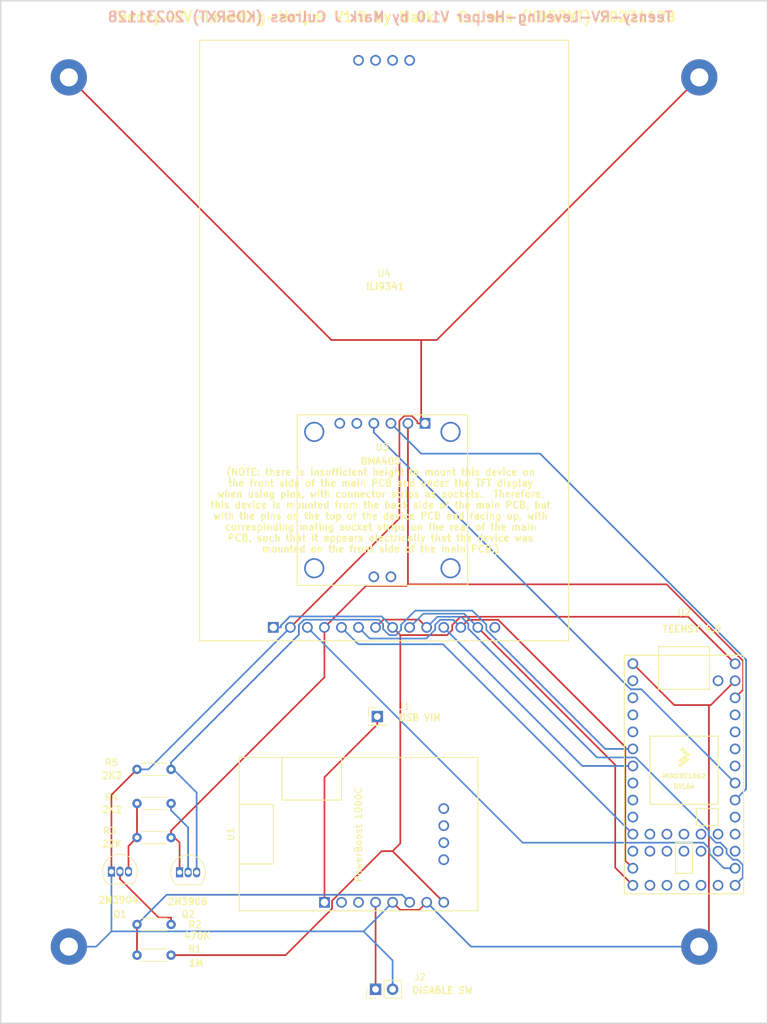
<source format=kicad_pcb>
(kicad_pcb (version 20221018) (generator pcbnew)
  (layers (0 "F.Cu" signal) (31 "B.Cu" signal) (34 "B.Paste" user) (35 "F.Paste" user) (36 "B.SilkS" user "B.Silkscreen") (37 "F.SilkS" user "F.Silkscreen") (38 "B.Mask" user) (39 "F.Mask" user) (44 "Edge.Cuts" user))
  (net 0 "")
  (net 1 "GNDREF")
  (net 2 "Net-(J1-Pin_1)")
  (net 3 "Net-(J2-Pin_1)")
  (net 4 "Net-(Q1-B)")
  (net 5 "Net-(Q1-C)")
  (net 6 "Net-(Q2-E)")
  (net 7 "Net-(Q2-B)")
  (net 8 "Net-(Q2-C)")
  (net 9 "Net-(U1-LBO)")
  (net 10 "Net-(U1-5Vo)")
  (net 20 "Net-(U2-13_SCK_CRX1_LED)")
  (net 23 "Net-(U2-12_MISO_MQSL)")
  (net 24 "Net-(U2-14_A0_TX3_SPDIF_OUT)")
  (net 28 "Net-(U2-18_A4_SDA0)")
  (net 29 "Net-(U2-19_A5_SCL0)")
  (net 35 "Net-(U2-11_MOSI_CTX1)")
  (net 37 "Net-(U2-9_OUT1C)")
  (net 41 "Net-(U2-5_IN2)")
  (footprint "MountingHole:MountingHole_2.5mm" (layer "F.Cu") (at 154.94 157.48)
    (fp_text reference "H3" hide)
    (fp_text value "USB-c")
    (pad "" np_thru_hole circle (at 0 0) (size 2.5 2.5) (drill 2.5) (layers "*.Cu" "*.Mask"))
  )
  (footprint "MountingHole:MountingHole_2.5mm" (layer "F.Cu") (at 162.56 148.59)
    (fp_text reference "H2" hide)
    (fp_text value "USB-b")
    (pad "" np_thru_hole circle (at 0 0) (size 2.5 2.5) (drill 2.5) (layers "*.Cu" "*.Mask"))
  )
  (footprint "Package_TO_SOT_THT:TO-92_Inline" (layer "F.Cu") (at 92.71 155.194)
    (fp_text reference "Q1" (at 1.27 6.35) (layer "F.SilkS"))
    (fp_text value "2N3904")
    (fp_line (start -0.53 1.85) (end 3.07 1.85) (stroke (width 0.12)) (layer "F.SilkS"))
    (fp_arc (start -0.568478 1.838478) (mid -1.132087 -0.994977) (end 1.27 -2.6) (stroke (width 0.12)) (layer "F.SilkS"))
    (fp_arc (start 1.27 -2.6) (mid 3.672087 -0.994977) (end 3.108478 1.838478) (stroke (width 0.12)) (layer "F.SilkS"))
    (pad "1" thru_hole rect (at 0 0) (size 1.05 1.5) (drill 0.75) (layers "*.Cu" "*.Mask") (net 1 "GNDREF"))
    (pad "2" thru_hole oval (at 1.27 0) (size 1.05 1.5) (drill 0.75) (layers "*.Cu" "*.Mask") (net 4 "Net-(Q1-B)"))
    (pad "3" thru_hole oval (at 2.54 0) (size 1.05 1.5) (drill 0.75) (layers "*.Cu" "*.Mask") (net 5 "Net-(Q1-C)"))
  )
  (footprint "Connector_PinHeader_2.54mm:PinHeader_1x01_P2.54mm_Vertical" (layer "F.Cu") (at 132.339 132.08)
    (fp_text reference "J1" (at 4.059 -1.524) (layer "F.SilkS"))
    (fp_text value "USB VIN")
    (fp_line (start -1.33 -1.33) (end 0 -1.33) (stroke (width 0.12)) (layer "F.SilkS"))
    (fp_line (start -1.33 0) (end -1.33 -1.33) (stroke (width 0.12)) (layer "F.SilkS"))
    (fp_line (start -1.33 1.27) (end -1.33 1.33) (stroke (width 0.12)) (layer "F.SilkS"))
    (fp_line (start -1.33 1.27) (end 1.33 1.27) (stroke (width 0.12)) (layer "F.SilkS"))
    (fp_line (start -1.33 1.33) (end 1.33 1.33) (stroke (width 0.12)) (layer "F.SilkS"))
    (fp_line (start 1.33 1.27) (end 1.33 1.33) (stroke (width 0.12)) (layer "F.SilkS"))
    (pad "1" thru_hole rect (at 0 0) (size 1.7 1.7) (drill 1) (layers "*.Cu" "*.Mask") (net 2 "Net-(J1-Pin_1)"))
  )
  (footprint "Resistor_THT:R_Axial_DIN0204_L3.6mm_D1.6mm_P5.08mm_Horizontal" (layer "F.Cu") (at 96.52 145.034)
    (fp_text reference "R4" (at -3.81 -0.92) (layer "F.SilkS"))
    (fp_text value "2K2")
    (fp_line (start 0.62 -0.92) (end 4.46 -0.92) (stroke (width 0.12)) (layer "F.SilkS"))
    (fp_line (start 0.62 0.92) (end 4.46 0.92) (stroke (width 0.12)) (layer "F.SilkS"))
    (pad "1" thru_hole circle (at 0 0) (size 1.4 1.4) (drill 0.7) (layers "*.Cu" "*.Mask") (net 5 "Net-(Q1-C)"))
    (pad "2" thru_hole oval (at 5.08 0) (size 1.4 1.4) (drill 0.7) (layers "*.Cu" "*.Mask") (net 7 "Net-(Q2-B)"))
  )
  (footprint "MJC:BMA400" (layer "F.Cu") (at 133.096 99.822 180)
    (fp_text reference "U3" (at 0 7.874 unlocked) (layer "F.SilkS"))
    (fp_text value "BMA400")
    (fp_line (start -12.7 -12.7) (end 12.7 -12.7) (stroke (width 0.15)) (layer "F.SilkS"))
    (fp_line (start -12.7 12.7) (end -12.7 -12.7) (stroke (width 0.15)) (layer "F.SilkS"))
    (fp_line (start 12.7 -12.7) (end 12.7 12.7) (stroke (width 0.15)) (layer "F.SilkS"))
    (fp_line (start 12.7 12.7) (end -12.7 12.7) (stroke (width 0.15)) (layer "F.SilkS"))
    (pad "1" thru_hole rect (at -6.35 11.43 180) (size 1.6 1.6) (drill 1.1) (layers "*.Cu" "*.Mask") (net 1 "GNDREF"))
    (pad "2" thru_hole circle (at -3.81 11.43 180) (size 1.6 1.6) (drill 1.1) (layers "*.Cu" "*.Mask") (net 6 "Net-(Q2-E)"))
    (pad "3" thru_hole circle (at -1.27 11.43 180) (size 1.6 1.6) (drill 1.1) (layers "*.Cu" "*.Mask") (net 28 "Net-(U2-18_A4_SDA0)"))
    (pad "4" thru_hole circle (at 1.27 11.43 180) (size 1.6 1.6) (drill 1.1) (layers "*.Cu" "*.Mask") (net 29 "Net-(U2-19_A5_SCL0)"))
    (pad "5" thru_hole circle (at 3.81 11.43 180) (size 1.6 1.6) (drill 1.1) (layers "*.Cu" "*.Mask"))
    (pad "6" thru_hole circle (at 6.35 11.43 180) (size 1.6 1.6) (drill 1.1) (layers "*.Cu" "*.Mask"))
    (pad "7" thru_hole circle (at -1.27 -11.43 180) (size 1.6 1.6) (drill 1.1) (layers "*.Cu" "*.Mask"))
    (pad "8" thru_hole circle (at 1.27 -11.43 180) (size 1.6 1.6) (drill 1.1) (layers "*.Cu" "*.Mask"))
    (pad "9" thru_hole circle (at -10.16 -10.16 180) (size 3 3) (drill 2.5) (layers "*.Cu" "*.Mask"))
    (pad "10" thru_hole circle (at 10.16 -10.16 180) (size 3 3) (drill 2.5) (layers "*.Cu" "*.Mask"))
    (pad "11" thru_hole circle (at 10.16 10.16 180) (size 3 3) (drill 2.5) (layers "*.Cu" "*.Mask"))
    (pad "12" thru_hole circle (at -10.16 10.16 180) (size 3 3) (drill 2.5) (layers "*.Cu" "*.Mask"))
  )
  (footprint "Resistor_THT:R_Axial_DIN0204_L3.6mm_D1.6mm_P5.08mm_Horizontal" (layer "F.Cu") (at 96.52 167.64)
    (fp_text reference "R1" (at 8.636 -0.92) (layer "F.SilkS"))
    (fp_text value "1M")
    (fp_line (start 0.62 -0.92) (end 4.46 -0.92) (stroke (width 0.12)) (layer "F.SilkS"))
    (fp_line (start 0.62 0.92) (end 4.46 0.92) (stroke (width 0.12)) (layer "F.SilkS"))
    (pad "1" thru_hole circle (at 0 0) (size 1.4 1.4) (drill 0.7) (layers "*.Cu" "*.Mask") (net 9 "Net-(U1-LBO)"))
    (pad "2" thru_hole oval (at 5.08 0) (size 1.4 1.4) (drill 0.7) (layers "*.Cu" "*.Mask") (net 10 "Net-(U1-5Vo)"))
  )
  (footprint "MountingHole:MountingHole_2.7mm_M2.5_Pad_TopBottom" (layer "F.Cu") (at 180.34 36.83)
    (fp_text reference "H6" hide)
    (fp_text value "PCB-b")
    (pad "1" thru_hole circle (at 0 0) (size 3.1 3.1) (drill 2.7) (layers "*.Cu" "*.Mask") (net 1 "GNDREF"))
    (pad "1" connect circle (at 0 0) (size 5.4 5.4) (layers "F.Cu" "F.Mask") (net 1 "GNDREF"))
    (pad "1" connect circle (at 0 0) (size 5.4 5.4) (layers "B.Cu" "B.Mask") (net 1 "GNDREF"))
  )
  (footprint "Resistor_THT:R_Axial_DIN0204_L3.6mm_D1.6mm_P5.08mm_Horizontal" (layer "F.Cu") (at 96.52 163.068)
    (fp_text reference "R2" (at 8.636 0) (layer "F.SilkS"))
    (fp_text value "470K")
    (fp_line (start 0.62 -0.92) (end 4.46 -0.92) (stroke (width 0.12)) (layer "F.SilkS"))
    (fp_line (start 0.62 0.92) (end 4.46 0.92) (stroke (width 0.12)) (layer "F.SilkS"))
    (pad "1" thru_hole circle (at 0 0) (size 1.4 1.4) (drill 0.7) (layers "*.Cu" "*.Mask") (net 9 "Net-(U1-LBO)"))
    (pad "2" thru_hole oval (at 5.08 0) (size 1.4 1.4) (drill 0.7) (layers "*.Cu" "*.Mask") (net 4 "Net-(Q1-B)"))
  )
  (footprint "MountingHole:MountingHole_2.7mm_M2.5_Pad_TopBottom" (layer "F.Cu") (at 86.36 166.37)
    (fp_text reference "H7" hide)
    (fp_text value "PCB-c")
    (pad "1" thru_hole circle (at 0 0) (size 3.1 3.1) (drill 2.7) (layers "*.Cu" "*.Mask") (net 1 "GNDREF"))
    (pad "1" connect circle (at 0 0) (size 5.4 5.4) (layers "F.Cu" "F.Mask") (net 1 "GNDREF"))
    (pad "1" connect circle (at 0 0) (size 5.4 5.4) (layers "B.Cu" "B.Mask") (net 1 "GNDREF"))
  )
  (footprint "MJC:PowerBoost1000C" (layer "F.Cu") (at 129.545 149.606 90)
    (fp_text reference "U1" (at 0 -19.05 90) (layer "F.SilkS"))
    (fp_text value "Powerboost1000C")
    (fp_text user "PowerBoost 1000C" (at -0.08 0 90) (layer "F.SilkS"))
    (fp_line (start -11.43 -17.78) (end 11.43 -17.78) (stroke (width 0.15)) (layer "F.SilkS"))
    (fp_line (start -11.43 17.78) (end -11.43 -17.78) (stroke (width 0.15)) (layer "F.SilkS"))
    (fp_line (start -4.445 -17.78) (end -4.445 -12.7) (stroke (width 0.15)) (layer "F.SilkS"))
    (fp_line (start -4.445 -12.7) (end 4.445 -12.7) (stroke (width 0.15)) (layer "F.SilkS"))
    (fp_line (start 4.445 -12.7) (end 4.445 -17.78) (stroke (width 0.15)) (layer "F.SilkS"))
    (fp_line (start 5.08 -11.43) (end 5.08 -2.54) (stroke (width 0.15)) (layer "F.SilkS"))
    (fp_line (start 5.08 -2.54) (end 11.43 -2.54) (stroke (width 0.15)) (layer "F.SilkS"))
    (fp_line (start 11.43 -17.78) (end 11.43 17.78) (stroke (width 0.15)) (layer "F.SilkS"))
    (fp_line (start 11.43 -11.43) (end 5.08 -11.43) (stroke (width 0.15)) (layer "F.SilkS"))
    (fp_line (start 11.43 17.78) (end -11.43 17.78) (stroke (width 0.15)) (layer "F.SilkS"))
    (pad "1" thru_hole rect (at -10.16 -5.08 90) (size 1.6 1.6) (drill 1.1) (layers "*.Cu" "*.Mask") (net 2 "Net-(J1-Pin_1)"))
    (pad "2" thru_hole circle (at -10.16 -2.54 90) (size 1.6 1.6) (drill 1.1) (layers "*.Cu" "*.Mask"))
    (pad "3" thru_hole circle (at -10.16 0 90) (size 1.6 1.6) (drill 1.1) (layers "*.Cu" "*.Mask"))
    (pad "4" thru_hole circle (at -10.16 2.54 90) (size 1.6 1.6) (drill 1.1) (layers "*.Cu" "*.Mask") (net 3 "Net-(J2-Pin_1)"))
    (pad "5" thru_hole circle (at -10.16 5.08 90) (size 1.6 1.6) (drill 1.1) (layers "*.Cu" "*.Mask") (net 1 "GNDREF"))
    (pad "5V" thru_hole circle (at -3.81 12.7 90) (size 1.6 1.6) (drill 1.1) (layers "*.Cu" "*.Mask"))
    (pad "6" thru_hole circle (at -10.16 7.62 90) (size 1.6 1.6) (drill 1.1) (layers "*.Cu" "*.Mask") (net 9 "Net-(U1-LBO)"))
    (pad "7" thru_hole circle (at -10.16 10.16 90) (size 1.6 1.6) (drill 1.1) (layers "*.Cu" "*.Mask") (net 1 "GNDREF"))
    (pad "8" thru_hole circle (at -10.16 12.7 90) (size 1.6 1.6) (drill 1.1) (layers "*.Cu" "*.Mask") (net 10 "Net-(U1-5Vo)"))
    (pad "D+" thru_hole circle (at 1.27 12.7 90) (size 1.6 1.6) (drill 1.1) (layers "*.Cu" "*.Mask"))
    (pad "D-" thru_hole circle (at -1.27 12.7 90) (size 1.6 1.6) (drill 1.1) (layers "*.Cu" "*.Mask"))
    (pad "UG" thru_hole circle (at 3.81 12.7 90) (size 1.6 1.6) (drill 1.1) (layers "*.Cu" "*.Mask"))
  )
  (footprint "Resistor_THT:R_Axial_DIN0204_L3.6mm_D1.6mm_P5.08mm_Horizontal" (layer "F.Cu") (at 96.52 139.954)
    (fp_text reference "R5" (at -3.81 -1.016) (layer "F.SilkS"))
    (fp_text value "2K2")
    (fp_line (start 0.62 -0.92) (end 4.46 -0.92) (stroke (width 0.12)) (layer "F.SilkS"))
    (fp_line (start 0.62 0.92) (end 4.46 0.92) (stroke (width 0.12)) (layer "F.SilkS"))
    (pad "1" thru_hole circle (at 0 0) (size 1.4 1.4) (drill 0.7) (layers "*.Cu" "*.Mask") (net 1 "GNDREF"))
    (pad "2" thru_hole oval (at 5.08 0) (size 1.4 1.4) (drill 0.7) (layers "*.Cu" "*.Mask") (net 8 "Net-(Q2-C)"))
  )
  (footprint "MountingHole:MountingHole_2.7mm_M2.5_Pad_TopBottom" (layer "F.Cu") (at 180.34 166.37)
    (fp_text reference "H8" hide)
    (fp_text value "PCB-d")
    (pad "1" thru_hole circle (at 0 0) (size 3.1 3.1) (drill 2.7) (layers "*.Cu" "*.Mask") (net 1 "GNDREF"))
    (pad "1" connect circle (at 0 0) (size 5.4 5.4) (layers "F.Cu" "F.Mask") (net 1 "GNDREF"))
    (pad "1" connect circle (at 0 0) (size 5.4 5.4) (layers "B.Cu" "B.Mask") (net 1 "GNDREF"))
  )
  (footprint "MountingHole:MountingHole_2.7mm_M2.5_Pad_TopBottom" (layer "F.Cu") (at 86.36 36.83)
    (fp_text reference "H5" hide)
    (fp_text value "PCB-a")
    (pad "1" thru_hole circle (at 0 0) (size 3.1 3.1) (drill 2.7) (layers "*.Cu" "*.Mask") (net 1 "GNDREF"))
    (pad "1" connect circle (at 0 0) (size 5.4 5.4) (layers "F.Cu" "F.Mask") (net 1 "GNDREF"))
    (pad "1" connect circle (at 0 0) (size 5.4 5.4) (layers "B.Cu" "B.Mask") (net 1 "GNDREF"))
  )
  (footprint "Package_TO_SOT_THT:TO-92_Inline" (layer "F.Cu") (at 102.87 155.3)
    (fp_text reference "Q2" (at 1.27 6.244) (layer "F.SilkS"))
    (fp_text value "2N3906")
    (fp_line (start -0.53 1.85) (end 3.07 1.85) (stroke (width 0.12)) (layer "F.SilkS"))
    (fp_arc (start -0.568478 1.838478) (mid -1.132087 -0.994977) (end 1.27 -2.6) (stroke (width 0.12)) (layer "F.SilkS"))
    (fp_arc (start 1.27 -2.6) (mid 3.672087 -0.994977) (end 3.108478 1.838478) (stroke (width 0.12)) (layer "F.SilkS"))
    (pad "1" thru_hole rect (at 0 0) (size 1.05 1.5) (drill 0.75) (layers "*.Cu" "*.Mask") (net 6 "Net-(Q2-E)"))
    (pad "2" thru_hole oval (at 1.27 0) (size 1.05 1.5) (drill 0.75) (layers "*.Cu" "*.Mask") (net 7 "Net-(Q2-B)"))
    (pad "3" thru_hole oval (at 2.54 0) (size 1.05 1.5) (drill 0.75) (layers "*.Cu" "*.Mask") (net 8 "Net-(Q2-C)"))
  )
  (footprint "MountingHole:MountingHole_2.5mm" (layer "F.Cu") (at 154.94 148.59)
    (fp_text reference "H1" hide)
    (fp_text value "USB-a")
    (pad "" np_thru_hole circle (at 0 0) (size 2.5 2.5) (drill 2.5) (layers "*.Cu" "*.Mask"))
  )
  (footprint "MJC:ILI9341" (layer "F.Cu") (at 133.35 76.0476)
    (fp_text reference "U4" (at 0 -10.0076 unlocked) (layer "F.SilkS"))
    (fp_text value "Teensy ILI9341")
    (fp_line (start -27.5 -44.75) (end 27.5 -44.75) (stroke (width 0.15)) (layer "F.SilkS"))
    (fp_line (start -27.5 44.75) (end -27.5 -44.75) (stroke (width 0.15)) (layer "F.SilkS"))
    (fp_line (start 27.5 -44.75) (end 27.5 44.75) (stroke (width 0.15)) (layer "F.SilkS"))
    (fp_line (start 27.5 44.75) (end -27.5 44.75) (stroke (width 0.15)) (layer "F.SilkS"))
    (pad "1" thru_hole rect (at -16.51 42.7482) (size 1.6 1.6) (drill 1.1) (layers "*.Cu" "*.Mask") (net 10 "Net-(U1-5Vo)"))
    (pad "2" thru_hole circle (at -13.97 42.7482) (size 1.6 1.6) (drill 1.1) (layers "*.Cu" "*.Mask") (net 1 "GNDREF"))
    (pad "3" thru_hole circle (at -11.43 42.7482) (size 1.6 1.6) (drill 1.1) (layers "*.Cu" "*.Mask") (net 24 "Net-(U2-14_A0_TX3_SPDIF_OUT)"))
    (pad "4" thru_hole circle (at -8.89 42.7482) (size 1.6 1.6) (drill 1.1) (layers "*.Cu" "*.Mask") (net 6 "Net-(Q2-E)"))
    (pad "5" thru_hole circle (at -6.35 42.7482) (size 1.6 1.6) (drill 1.1) (layers "*.Cu" "*.Mask") (net 37 "Net-(U2-9_OUT1C)"))
    (pad "6" thru_hole circle (at -3.81 42.7482) (size 1.6 1.6) (drill 1.1) (layers "*.Cu" "*.Mask") (net 35 "Net-(U2-11_MOSI_CTX1)"))
    (pad "7" thru_hole circle (at -1.27 42.7482) (size 1.6 1.6) (drill 1.1) (layers "*.Cu" "*.Mask") (net 20 "Net-(U2-13_SCK_CRX1_LED)"))
    (pad "8" thru_hole circle (at 1.27 42.7482) (size 1.6 1.6) (drill 1.1) (layers "*.Cu" "*.Mask") (net 10 "Net-(U1-5Vo)"))
    (pad "9" thru_hole circle (at 3.81 42.7482) (size 1.6 1.6) (drill 1.1) (layers "*.Cu" "*.Mask") (net 23 "Net-(U2-12_MISO_MQSL)"))
    (pad "10" thru_hole circle (at 6.35 42.7482) (size 1.6 1.6) (drill 1.1) (layers "*.Cu" "*.Mask") (net 20 "Net-(U2-13_SCK_CRX1_LED)"))
    (pad "11" thru_hole circle (at 8.89 42.7482) (size 1.6 1.6) (drill 1.1) (layers "*.Cu" "*.Mask") (net 41 "Net-(U2-5_IN2)"))
    (pad "12" thru_hole circle (at 11.43 42.7482) (size 1.6 1.6) (drill 1.1) (layers "*.Cu" "*.Mask") (net 35 "Net-(U2-11_MOSI_CTX1)"))
    (pad "13" thru_hole circle (at 13.97 42.7482) (size 1.6 1.6) (drill 1.1) (layers "*.Cu" "*.Mask") (net 23 "Net-(U2-12_MISO_MQSL)"))
    (pad "14" thru_hole circle (at 16.51 42.7482) (size 1.6 1.6) (drill 1.1) (layers "*.Cu" "*.Mask"))
    (pad "15" thru_hole circle (at -3.81 -41.7576) (size 1.6 1.6) (drill 1.1) (layers "*.Cu" "*.Mask"))
    (pad "16" thru_hole circle (at -1.27 -41.7576) (size 1.6 1.6) (drill 1.1) (layers "*.Cu" "*.Mask"))
    (pad "17" thru_hole circle (at 1.27 -41.7576) (size 1.6 1.6) (drill 1.1) (layers "*.Cu" "*.Mask"))
    (pad "18" thru_hole circle (at 3.81 -41.7576) (size 1.6 1.6) (drill 1.1) (layers "*.Cu" "*.Mask"))
  )
  (footprint "Resistor_THT:R_Axial_DIN0204_L3.6mm_D1.6mm_P5.08mm_Horizontal" (layer "F.Cu") (at 96.52 150.114)
    (fp_text reference "R3" (at -4.064 -1.016) (layer "F.SilkS"))
    (fp_text value "22K")
    (fp_line (start 0.62 -0.92) (end 4.46 -0.92) (stroke (width 0.12)) (layer "F.SilkS"))
    (fp_line (start 0.62 0.92) (end 4.46 0.92) (stroke (width 0.12)) (layer "F.SilkS"))
    (pad "1" thru_hole circle (at 0 0) (size 1.4 1.4) (drill 0.7) (layers "*.Cu" "*.Mask") (net 5 "Net-(Q1-C)"))
    (pad "2" thru_hole oval (at 5.08 0) (size 1.4 1.4) (drill 0.7) (layers "*.Cu" "*.Mask") (net 6 "Net-(Q2-E)"))
  )
  (footprint "Connector_PinHeader_2.54mm:PinHeader_1x02_P2.54mm_Vertical" (layer "F.Cu") (at 132.08 172.72 90)
    (fp_text reference "J2" (at 1.778 6.604 180) (layer "F.SilkS"))
    (fp_text value "DISABLE SW")
    (fp_line (start -1.33 -1.33) (end 0 -1.33) (stroke (width 0.12)) (layer "F.SilkS"))
    (fp_line (start -1.33 0) (end -1.33 -1.33) (stroke (width 0.12)) (layer "F.SilkS"))
    (fp_line (start -1.33 1.27) (end -1.33 3.87) (stroke (width 0.12)) (layer "F.SilkS"))
    (fp_line (start -1.33 1.27) (end 1.33 1.27) (stroke (width 0.12)) (layer "F.SilkS"))
    (fp_line (start -1.33 3.87) (end 1.33 3.87) (stroke (width 0.12)) (layer "F.SilkS"))
    (fp_line (start 1.33 1.27) (end 1.33 3.87) (stroke (width 0.12)) (layer "F.SilkS"))
    (pad "1" thru_hole rect (at 0 0 90) (size 1.7 1.7) (drill 1) (layers "*.Cu" "*.Mask") (net 3 "Net-(J2-Pin_1)"))
    (pad "2" thru_hole oval (at 0 2.54 90) (size 1.7 1.7) (drill 1) (layers "*.Cu" "*.Mask") (net 1 "GNDREF"))
  )
  (footprint "MountingHole:MountingHole_2.5mm" (layer "F.Cu") (at 162.56 157.48)
    (fp_text reference "H4" hide)
    (fp_text value "USB-d")
    (pad "" np_thru_hole circle (at 0 0) (size 2.5 2.5) (drill 2.5) (layers "*.Cu" "*.Mask"))
  )
  (footprint "teensy:Teensy40" (layer "F.Cu") (at 178.054 140.716 -90)
    (fp_text reference "U2" (at -24.13 0 -180) (layer "F.SilkS"))
    (fp_text value "Teensy4.0")
    (fp_text user "DVL6A" (at 1.778 0) (layer "F.SilkS") (effects (font (size 0.7 0.7))))
    (fp_text user "MIMXRT1062" (at 0.254 0) (layer "F.SilkS") (effects (font (size 0.7 0.7))))
    (fp_line (start -19.05 -3.81) (end -17.78 -3.81) (stroke (width 0.15)) (layer "F.SilkS"))
    (fp_line (start -19.05 3.81) (end -19.05 -3.81) (stroke (width 0.15)) (layer "F.SilkS"))
    (fp_line (start -17.78 -8.89) (end 17.78 -8.89) (stroke (width 0.15)) (layer "F.SilkS"))
    (fp_line (start -17.78 3.81) (end -19.05 3.81) (stroke (width 0.15)) (layer "F.SilkS"))
    (fp_line (start -17.78 8.89) (end -17.78 -8.89) (stroke (width 0.15)) (layer "F.SilkS"))
    (fp_line (start -12.7 -3.81) (end -17.78 -3.81) (stroke (width 0.15)) (layer "F.SilkS"))
    (fp_line (start -12.7 3.81) (end -17.78 3.81) (stroke (width 0.15)) (layer "F.SilkS"))
    (fp_line (start -12.7 3.81) (end -12.7 -3.81) (stroke (width 0.15)) (layer "F.SilkS"))
    (fp_line (start -5.715 -5.08) (end -5.715 5.08) (stroke (width 0.15)) (layer "F.SilkS"))
    (fp_line (start 4.445 -5.08) (end -5.715 -5.08) (stroke (width 0.15)) (layer "F.SilkS"))
    (fp_line (start 4.445 5.08) (end -5.715 5.08) (stroke (width 0.15)) (layer "F.SilkS"))
    (fp_line (start 4.445 5.08) (end 4.445 -5.08) (stroke (width 0.15)) (layer "F.SilkS"))
    (fp_line (start 5.08 -5.08) (end 7.62 -5.08) (stroke (width 0.15)) (layer "F.SilkS"))
    (fp_line (start 5.08 -1.905) (end 5.08 -5.08) (stroke (width 0.15)) (layer "F.SilkS"))
    (fp_line (start 7.62 -5.08) (end 7.62 -1.905) (stroke (width 0.15)) (layer "F.SilkS"))
    (fp_line (start 7.62 -1.905) (end 5.08 -1.905) (stroke (width 0.15)) (layer "F.SilkS"))
    (fp_line (start 10.16 -1.27) (end 14.732 -1.27) (stroke (width 0.15)) (layer "F.SilkS"))
    (fp_line (start 10.16 1.27) (end 10.16 -1.27) (stroke (width 0.15)) (layer "F.SilkS"))
    (fp_line (start 14.732 -1.27) (end 14.732 1.27) (stroke (width 0.15)) (layer "F.SilkS"))
    (fp_line (start 14.732 1.27) (end 10.16 1.27) (stroke (width 0.15)) (layer "F.SilkS"))
    (fp_line (start 17.78 -8.89) (end 17.78 8.89) (stroke (width 0.15)) (layer "F.SilkS"))
    (fp_line (start 17.78 8.89) (end -17.78 8.89) (stroke (width 0.15)) (layer "F.SilkS"))
    (fp_poly (pts (xy -3.937 0.127) (xy -3.683 -0.127) (xy -3.429 0.254) (xy -3.683 0.508)) (stroke (width 0.1)) (fill solid) (layer "F.SilkS"))
    (fp_poly (pts (xy -3.556 -0.254) (xy -3.302 -0.508) (xy -3.048 -0.127) (xy -3.302 0.127)) (stroke (width 0.1)) (fill solid) (layer "F.SilkS"))
    (fp_poly (pts (xy -3.175 -0.635) (xy -2.921 -0.889) (xy -2.667 -0.508) (xy -2.921 -0.254)) (stroke (width 0.1)) (fill solid) (layer "F.SilkS"))
    (fp_poly (pts (xy -2.794 -0.127) (xy -2.54 -0.381) (xy -2.286 0) (xy -2.54 0.254)) (stroke (width 0.1)) (fill solid) (layer "F.SilkS"))
    (fp_poly (pts (xy -2.413 -0.508) (xy -2.159 -0.762) (xy -1.905 -0.381) (xy -2.159 -0.127)) (stroke (width 0.1)) (fill solid) (layer "F.SilkS"))
    (fp_poly (pts (xy -2.413 0.381) (xy -2.159 0.127) (xy -1.905 0.508) (xy -2.159 0.762)) (stroke (width 0.1)) (fill solid) (layer "F.SilkS"))
    (fp_poly (pts (xy -2.032 0) (xy -1.778 -0.254) (xy -1.524 0.127) (xy -1.778 0.381)) (stroke (width 0.1)) (fill solid) (layer "F.SilkS"))
    (fp_poly (pts (xy -1.651 0.508) (xy -1.397 0.254) (xy -1.143 0.635) (xy -1.397 0.889)) (stroke (width 0.1)) (fill solid) (layer "F.SilkS"))
    (pad "1" thru_hole circle (at -16.51 7.62 270) (size 1.6 1.6) (drill 1.1) (layers "*.Cu" "*.Mask") (net 1 "GNDREF"))
    (pad "2" thru_hole circle (at -13.97 7.62 270) (size 1.6 1.6) (drill 1.1) (layers "*.Cu" "*.Mask"))
    (pad "3" thru_hole circle (at -11.43 7.62 270) (size 1.6 1.6) (drill 1.1) (layers "*.Cu" "*.Mask"))
    (pad "4" thru_hole circle (at -8.89 7.62 270) (size 1.6 1.6) (drill 1.1) (layers "*.Cu" "*.Mask"))
    (pad "5" thru_hole circle (at -6.35 7.62 270) (size 1.6 1.6) (drill 1.1) (layers "*.Cu" "*.Mask"))
    (pad "6" thru_hole circle (at -3.81 7.62 270) (size 1.6 1.6) (drill 1.1) (layers "*.Cu" "*.Mask") (net 8 "Net-(Q2-C)"))
    (pad "7" thru_hole circle (at -1.27 7.62 270) (size 1.6 1.6) (drill 1.1) (layers "*.Cu" "*.Mask") (net 41 "Net-(U2-5_IN2)"))
    (pad "8" thru_hole circle (at 1.27 7.62 270) (size 1.6 1.6) (drill 1.1) (layers "*.Cu" "*.Mask"))
    (pad "9" thru_hole circle (at 3.81 7.62 270) (size 1.6 1.6) (drill 1.1) (layers "*.Cu" "*.Mask"))
    (pad "10" thru_hole circle (at 6.35 7.62 270) (size 1.6 1.6) (drill 1.1) (layers "*.Cu" "*.Mask"))
    (pad "11" thru_hole circle (at 8.89 7.62 270) (size 1.6 1.6) (drill 1.1) (layers "*.Cu" "*.Mask") (net 37 "Net-(U2-9_OUT1C)"))
    (pad "12" thru_hole circle (at 11.43 7.62 270) (size 1.6 1.6) (drill 1.1) (layers "*.Cu" "*.Mask"))
    (pad "13" thru_hole circle (at 13.97 7.62 270) (size 1.6 1.6) (drill 1.1) (layers "*.Cu" "*.Mask") (net 35 "Net-(U2-11_MOSI_CTX1)"))
    (pad "14" thru_hole circle (at 16.51 7.62 270) (size 1.6 1.6) (drill 1.1) (layers "*.Cu" "*.Mask") (net 23 "Net-(U2-12_MISO_MQSL)"))
    (pad "15" thru_hole circle (at 16.51 5.08 270) (size 1.6 1.6) (drill 1.1) (layers "*.Cu" "*.Mask"))
    (pad "16" thru_hole circle (at 16.51 2.54 270) (size 1.6 1.6) (drill 1.1) (layers "*.Cu" "*.Mask"))
    (pad "17" thru_hole circle (at 16.51 0 270) (size 1.6 1.6) (drill 1.1) (layers "*.Cu" "*.Mask"))
    (pad "18" thru_hole circle (at 16.51 -2.54 270) (size 1.6 1.6) (drill 1.1) (layers "*.Cu" "*.Mask"))
    (pad "19" thru_hole circle (at 16.51 -5.08 270) (size 1.6 1.6) (drill 1.1) (layers "*.Cu" "*.Mask"))
    (pad "20" thru_hole circle (at 16.51 -7.62 270) (size 1.6 1.6) (drill 1.1) (layers "*.Cu" "*.Mask") (net 20 "Net-(U2-13_SCK_CRX1_LED)"))
    (pad "21" thru_hole circle (at 13.97 -7.62 270) (size 1.6 1.6) (drill 1.1) (layers "*.Cu" "*.Mask") (net 24 "Net-(U2-14_A0_TX3_SPDIF_OUT)"))
    (pad "22" thru_hole circle (at 11.43 -7.62 270) (size 1.6 1.6) (drill 1.1) (layers "*.Cu" "*.Mask"))
    (pad "23" thru_hole circle (at 8.89 -7.62 270) (size 1.6 1.6) (drill 1.1) (layers "*.Cu" "*.Mask"))
    (pad "24" thru_hole circle (at 6.35 -7.62 270) (size 1.6 1.6) (drill 1.1) (layers "*.Cu" "*.Mask"))
    (pad "25" thru_hole circle (at 3.81 -7.62 270) (size 1.6 1.6) (drill 1.1) (layers "*.Cu" "*.Mask") (net 28 "Net-(U2-18_A4_SDA0)"))
    (pad "26" thru_hole circle (at 1.27 -7.62 270) (size 1.6 1.6) (drill 1.1) (layers "*.Cu" "*.Mask") (net 29 "Net-(U2-19_A5_SCL0)"))
    (pad "27" thru_hole circle (at -1.27 -7.62 270) (size 1.6 1.6) (drill 1.1) (layers "*.Cu" "*.Mask"))
    (pad "28" thru_hole circle (at -3.81 -7.62 270) (size 1.6 1.6) (drill 1.1) (layers "*.Cu" "*.Mask"))
    (pad "29" thru_hole circle (at -6.35 -7.62 270) (size 1.6 1.6) (drill 1.1) (layers "*.Cu" "*.Mask"))
    (pad "30" thru_hole circle (at -8.89 -7.62 270) (size 1.6 1.6) (drill 1.1) (layers "*.Cu" "*.Mask"))
    (pad "31" thru_hole circle (at -11.43 -7.62 270) (size 1.6 1.6) (drill 1.1) (layers "*.Cu" "*.Mask") (net 6 "Net-(Q2-E)"))
    (pad "32" thru_hole circle (at -13.97 -7.62 270) (size 1.6 1.6) (drill 1.1) (layers "*.Cu" "*.Mask") (net 1 "GNDREF"))
    (pad "33" thru_hole circle (at -16.51 -7.62 270) (size 1.6 1.6) (drill 1.1) (layers "*.Cu" "*.Mask") (net 10 "Net-(U1-5Vo)"))
    (pad "34" thru_hole circle (at -13.97 -5.08 270) (size 1.6 1.6) (drill 1.1) (layers "*.Cu" "*.Mask"))
    (pad "35" thru_hole circle (at 11.43 -5.08 270) (size 1.6 1.6) (drill 1.1) (layers "*.Cu" "*.Mask"))
    (pad "36" thru_hole circle (at 8.89 -5.08 270) (size 1.6 1.6) (drill 1.1) (layers "*.Cu" "*.Mask"))
    (pad "37" thru_hole circle (at 11.43 -2.54 270) (size 1.6 1.6) (drill 1.1) (layers "*.Cu" "*.Mask"))
    (pad "38" thru_hole circle (at 8.89 -2.54 270) (size 1.6 1.6) (drill 1.1) (layers "*.Cu" "*.Mask"))
    (pad "39" thru_hole circle (at 11.43 0 270) (size 1.6 1.6) (drill 1.1) (layers "*.Cu" "*.Mask"))
    (pad "40" thru_hole circle (at 8.89 0 270) (size 1.6 1.6) (drill 1.1) (layers "*.Cu" "*.Mask"))
    (pad "41" thru_hole circle (at 11.43 2.54 270) (size 1.6 1.6) (drill 1.1) (layers "*.Cu" "*.Mask"))
    (pad "42" thru_hole circle (at 8.89 2.54 270) (size 1.6 1.6) (drill 1.1) (layers "*.Cu" "*.Mask"))
    (pad "43" thru_hole circle (at 11.43 5.08 270) (size 1.6 1.6) (drill 1.1) (layers "*.Cu" "*.Mask"))
    (pad "44" thru_hole circle (at 8.89 5.08 270) (size 1.6 1.6) (drill 1.1) (layers "*.Cu" "*.Mask"))
  )
  (gr_line (start 76.2 25.4) (end 190.5 25.4) (stroke (width 0.2)) (layer "Edge.Cuts"))
  (gr_line (start 190.5 177.8) (end 76.2 177.8) (stroke (width 0.2)) (layer "Edge.Cuts"))
  (gr_line (start 76.2 177.8) (end 76.2 25.4) (stroke (width 0.2)) (layer "Edge.Cuts"))
  (gr_line (start 190.5 25.4) (end 190.5 177.8) (stroke (width 0.2)) (layer "Edge.Cuts"))
  (gr_text "Teensy-RV-Leveling-Helper V1.0 by Mark J Culross (KD5RXT) 20231128" (at 176.53 28.702) (layer "B.SilkS") (effects (font (size 1.5 1.5) (thickness 0.3) bold) (justify left bottom mirror)))
  (gr_text "	" (at 157.226 28.702) (layer "B.SilkS") (effects (font (size 1.5 1.5) (thickness 0.3) bold) (justify left bottom)))
  (gr_text "TEENSY 4.0" (at 174.752 119.634) (layer "F.SilkS") (effects (font (size 1.016 1.016) (thickness 0.2032) bold) (justify left bottom)))
  (gr_text "470K" (at 103.378 165.354) (layer "F.SilkS") (effects (font (size 1.016 1.016) (thickness 0.2032) bold) (justify left bottom)))
  (gr_text "22K" (at 91.186 151.638) (layer "F.SilkS") (effects (font (size 1.016 1.016) (thickness 0.2032) bold) (justify left bottom)))
  (gr_text "USB VIN" (at 135.382 132.842) (layer "F.SilkS") (effects (font (size 1.016 1.016) (thickness 0.2032) bold) (justify left bottom)))
  (gr_text "1M" (at 104.14 169.418) (layer "F.SilkS") (effects (font (size 1.016 1.016) (thickness 0.2032) bold) (justify left bottom)))
  (gr_text "2N3904" (at 90.678 160.02) (layer "F.SilkS") (effects (font (size 1.016 1.016) (thickness 0.2032) bold) (justify left bottom)))
  (gr_text "2N3906" (at 100.98 160.274) (layer "F.SilkS") (effects (font (size 1.016 1.016) (thickness 0.2032) bold) (justify left bottom)))
  (gr_text "Teensy-RV-Leveling-Helper V1.0 by Mark J Culross (KD5RXT) 20231128" (at 92.456 28.702) (layer "F.SilkS") (effects (font (size 1.5 1.5) (thickness 0.3) bold) (justify left bottom)))
  (gr_text "BMA400\n(NOTE: there is insufficient height to mount this device on\nthe front side of the main PCB and under the TFT display\nwhen using pins, with connector strips as sockets.  Therefore,\nthis device is mounted from the back side of the main PCB, but\nwith the pins on the top of the device PCB and facing up, with\ncorrespinding mating socket strips on the rear of the main\nPCB, such that it appears electrically that the device was\nmounted on the front side of the main PCB.)" (at 132.842 107.696) (layer "F.SilkS") (effects (font (size 1.016 1.016) (thickness 0.2032) bold) (justify bottom)))
  (gr_text "2K2" (at 91.186 141.478) (layer "F.SilkS") (effects (font (size 1.016 1.016) (thickness 0.2032) bold) (justify left bottom)))
  (gr_text "DISABLE SW" (at 137.414 173.482) (layer "F.SilkS") (effects (font (size 1.016 1.016) (thickness 0.2032) bold) (justify left bottom)))
  (gr_text "2K2" (at 91.186 146.558) (layer "F.SilkS") (effects (font (size 1.016 1.016) (thickness 0.2032) bold) (justify left bottom)))
  (gr_text "ILI9341" (at 130.556 68.58) (layer "F.SilkS") (effects (font (size 1.016 1.016) (thickness 0.2032) bold) (justify left bottom)))
  (segment (start 176.599 130.371) (end 170.434 124.206) (width 0.25) (layer "F.Cu") (net 1))
  (segment (start 139.705 159.766) (end 138.5781 160.8929) (width 0.25) (layer "F.Cu") (net 1))
  (segment (start 181.7687 130.371) (end 176.599 130.371) (width 0.25) (layer "F.Cu") (net 1))
  (segment (start 181.7687 164.9413) (end 180.34 166.37) (width 0.25) (layer "F.Cu") (net 1))
  (segment (start 139.446 88.392) (end 138.8826 88.392) (width 0.25) (layer "F.Cu") (net 1))
  (segment (start 141.201 75.969) (end 180.34 36.83) (width 0.25) (layer "F.Cu") (net 1))
  (segment (start 96.52 139.954) (end 92.71 143.764) (width 0.25) (layer "F.Cu") (net 1))
  (segment (start 138.5781 160.8929) (end 135.7519 160.8929) (width 0.25) (layer "F.Cu") (net 1))
  (segment (start 138.8826 75.969) (end 141.201 75.969) (width 0.25) (layer "F.Cu") (net 1))
  (segment (start 138.8826 88.392) (end 138.3191 88.392) (width 0.25) (layer "F.Cu") (net 1))
  (segment (start 137.474 87.2651) (end 138.3191 88.1102) (width 0.25) (layer "F.Cu") (net 1))
  (segment (start 135.636 87.9991) (end 136.37 87.2651) (width 0.25) (layer "F.Cu") (net 1))
  (segment (start 138.3191 88.1102) (end 138.3191 88.392) (width 0.25) (layer "F.Cu") (net 1))
  (segment (start 125.499 75.969) (end 138.8826 75.969) (width 0.25) (layer "F.Cu") (net 1))
  (segment (start 185.674 126.746) (end 182.049 130.371) (width 0.25) (layer "F.Cu") (net 1))
  (segment (start 182.049 130.371) (end 181.7687 130.371) (width 0.25) (layer "F.Cu") (net 1))
  (segment (start 119.38 118.7958) (end 135.636 102.5398) (width 0.25) (layer "F.Cu") (net 1))
  (segment (start 135.636 102.5398) (end 135.636 87.9991) (width 0.25) (layer "F.Cu") (net 1))
  (segment (start 138.8826 88.392) (end 138.8826 75.969) (width 0.25) (layer "F.Cu") (net 1))
  (segment (start 136.37 87.2651) (end 137.474 87.2651) (width 0.25) (layer "F.Cu") (net 1))
  (segment (start 86.36 36.83) (end 125.499 75.969) (width 0.25) (layer "F.Cu") (net 1))
  (segment (start 92.71 143.764) (end 92.71 155.194) (width 0.25) (layer "F.Cu") (net 1))
  (segment (start 135.7519 160.8929) (end 134.625 159.766) (width 0.25) (layer "F.Cu") (net 1))
  (segment (start 181.7687 130.371) (end 181.7687 164.9413) (width 0.25) (layer "F.Cu") (net 1))
  (segment (start 146.309 166.37) (end 139.705 159.766) (width 0.25) (layer "B.Cu") (net 1))
  (segment (start 130.2911 164.0999) (end 92.71 164.0999) (width 0.25) (layer "B.Cu") (net 1))
  (segment (start 134.62 172.72) (end 134.62 168.4288) (width 0.25) (layer "B.Cu") (net 1))
  (segment (start 119.38 118.7958) (end 98.2218 139.954) (width 0.25) (layer "B.Cu") (net 1))
  (segment (start 134.62 168.4288) (end 130.2911 164.0999) (width 0.25) (layer "B.Cu") (net 1))
  (segment (start 180.34 166.37) (end 146.309 166.37) (width 0.25) (layer "B.Cu") (net 1))
  (segment (start 86.36 166.37) (end 90.4399 166.37) (width 0.25) (layer "B.Cu") (net 1))
  (segment (start 134.625 159.766) (end 130.2911 164.0999) (width 0.25) (layer "B.Cu") (net 1))
  (segment (start 92.71 164.0999) (end 92.71 155.194) (width 0.25) (layer "B.Cu") (net 1))
  (segment (start 90.4399 166.37) (end 92.71 164.0999) (width 0.25) (layer "B.Cu") (net 1))
  (segment (start 98.2218 139.954) (end 96.52 139.954) (width 0.25) (layer "B.Cu") (net 1))
  (segment (start 124.465 141.1309) (end 132.339 133.2569) (width 0.25) (layer "F.Cu") (net 2))
  (segment (start 124.465 159.766) (end 124.465 141.1309) (width 0.25) (layer "F.Cu") (net 2))
  (segment (start 132.339 132.08) (end 132.339 133.2569) (width 0.25) (layer "F.Cu") (net 2))
  (segment (start 132.08 171.5431) (end 132.085 171.5381) (width 0.25) (layer "F.Cu") (net 3))
  (segment (start 132.085 171.5381) (end 132.085 159.766) (width 0.25) (layer "F.Cu") (net 3))
  (segment (start 132.08 172.72) (end 132.08 171.5431) (width 0.25) (layer "F.Cu") (net 3))
  (segment (start 93.98 155.194) (end 93.98 156.2709) (width 0.25) (layer "F.Cu") (net 4))
  (segment (start 101.6 162.0411) (end 99.7502 162.0411) (width 0.25) (layer "F.Cu") (net 4))
  (segment (start 99.7502 162.0411) (end 93.98 156.2709) (width 0.25) (layer "F.Cu") (net 4))
  (segment (start 101.6 163.068) (end 101.6 162.0411) (width 0.25) (layer "F.Cu") (net 4))
  (segment (start 95.25 151.384) (end 95.25 155.194) (width 0.25) (layer "F.Cu") (net 5))
  (segment (start 96.52 150.114) (end 95.25 151.384) (width 0.25) (layer "F.Cu") (net 5))
  (segment (start 96.52 150.114) (end 96.52 145.034) (width 0.25) (layer "F.Cu") (net 5))
  (segment (start 124.46 118.7958) (end 124.46 126.2271) (width 0.25) (layer "F.Cu") (net 6))
  (segment (start 185.674 129.286) (end 186.8662 128.0938) (width 0.25) (layer "F.Cu") (net 6))
  (segment (start 186.8662 128.0938) (end 186.8662 123.7834) (width 0.25) (layer "F.Cu") (net 6))
  (segment (start 102.87 150.8705) (end 102.87 155.3) (width 0.25) (layer "F.Cu") (net 6))
  (segment (start 124.46 118.7958) (end 130.6449 112.6109) (width 0.25) (layer "F.Cu") (net 6))
  (segment (start 136.906 112.3774) (end 136.906 88.392) (width 0.25) (layer "F.Cu") (net 6))
  (segment (start 175.4602 112.3774) (end 136.906 112.3774) (width 0.25) (layer "F.Cu") (net 6))
  (segment (start 186.8662 123.7834) (end 175.4602 112.3774) (width 0.25) (layer "F.Cu") (net 6))
  (segment (start 130.6449 112.6109) (end 136.6725 112.6109) (width 0.25) (layer "F.Cu") (net 6))
  (segment (start 101.6 149.6005) (end 101.6 149.0871) (width 0.25) (layer "F.Cu") (net 6))
  (segment (start 136.6725 112.6109) (end 136.906 112.3774) (width 0.25) (layer "F.Cu") (net 6))
  (segment (start 101.6 150.114) (end 101.6 149.6005) (width 0.25) (layer "F.Cu") (net 6))
  (segment (start 124.46 126.2271) (end 101.6 149.0871) (width 0.25) (layer "F.Cu") (net 6))
  (segment (start 101.6 149.6005) (end 102.87 150.8705) (width 0.25) (layer "F.Cu") (net 6))
  (segment (start 101.6 145.034) (end 101.6 146.0609) (width 0.25) (layer "B.Cu") (net 7))
  (segment (start 104.14 148.6009) (end 104.14 155.3) (width 0.25) (layer "B.Cu") (net 7))
  (segment (start 101.6 146.0609) (end 104.14 148.6009) (width 0.25) (layer "B.Cu") (net 7))
  (segment (start 166.3108 136.906) (end 148.5901 119.1853) (width 0.25) (layer "B.Cu") (net 8))
  (segment (start 135.89 119.1685) (end 135.0976 119.9609) (width 0.25) (layer "B.Cu") (net 8))
  (segment (start 170.434 136.906) (end 166.3108 136.906) (width 0.25) (layer "B.Cu") (net 8))
  (segment (start 146.5102 116.2962) (end 137.9902 116.2962) (width 0.25) (layer "B.Cu") (net 8))
  (segment (start 101.6 139.954) (end 101.6 139.5982) (width 0.25) (layer "B.Cu") (net 8))
  (segment (start 121.4252 117.645) (end 120.65 118.4202) (width 0.25) (layer "B.Cu") (net 8))
  (segment (start 105.41 143.4082) (end 105.41 155.3) (width 0.25) (layer "B.Cu") (net 8))
  (segment (start 135.0976 119.9609) (end 134.1251 119.9609) (width 0.25) (layer "B.Cu") (net 8))
  (segment (start 101.6 139.5982) (end 105.41 143.4082) (width 0.25) (layer "B.Cu") (net 8))
  (segment (start 132.5682 117.645) (end 121.4252 117.645) (width 0.25) (layer "B.Cu") (net 8))
  (segment (start 133.2069 119.0427) (end 133.2069 118.2837) (width 0.25) (layer "B.Cu") (net 8))
  (segment (start 120.65 119.8771) (end 101.6 138.9271) (width 0.25) (layer "B.Cu") (net 8))
  (segment (start 134.1251 119.9609) (end 133.2069 119.0427) (width 0.25) (layer "B.Cu") (net 8))
  (segment (start 148.5901 118.3761) (end 146.5102 116.2962) (width 0.25) (layer "B.Cu") (net 8))
  (segment (start 101.6 139.4405) (end 101.6 139.5982) (width 0.25) (layer "B.Cu") (net 8))
  (segment (start 133.2069 118.2837) (end 132.5682 117.645) (width 0.25) (layer "B.Cu") (net 8))
  (segment (start 101.6 139.4405) (end 101.6 138.9271) (width 0.25) (layer "B.Cu") (net 8))
  (segment (start 148.5901 119.1853) (end 148.5901 118.3761) (width 0.25) (layer "B.Cu") (net 8))
  (segment (start 137.9902 116.2962) (end 135.89 118.3964) (width 0.25) (layer "B.Cu") (net 8))
  (segment (start 120.65 118.4202) (end 120.65 119.8771) (width 0.25) (layer "B.Cu") (net 8))
  (segment (start 135.89 118.3964) (end 135.89 119.1685) (width 0.25) (layer "B.Cu") (net 8))
  (segment (start 96.52 163.068) (end 96.52 167.64) (width 0.25) (layer "F.Cu") (net 9))
  (segment (start 100.9489 158.6391) (end 96.52 163.068) (width 0.25) (layer "B.Cu") (net 9))
  (segment (start 137.165 159.766) (end 136.0381 158.6391) (width 0.25) (layer "B.Cu") (net 9))
  (segment (start 136.0381 158.6391) (end 100.9489 158.6391) (width 0.25) (layer "B.Cu") (net 9))
  (segment (start 118.6732 167.64) (end 125.5919 160.7213) (width 0.25) (layer "F.Cu") (net 10))
  (segment (start 143.51 118.4356) (end 143.51 119.1784) (width 0.25) (layer "F.Cu") (net 10))
  (segment (start 125.5919 159.5339) (end 132.9848 152.141) (width 0.25) (layer "F.Cu") (net 10))
  (segment (start 135.772 119.9478) (end 134.62 118.7958) (width 0.25) (layer "F.Cu") (net 10))
  (segment (start 143.51 119.1784) (end 142.7406 119.9478) (width 0.25) (layer "F.Cu") (net 10))
  (segment (start 178.6763 117.2083) (end 144.7373 117.2083) (width 0.25) (layer "F.Cu") (net 10))
  (segment (start 185.674 124.206) (end 178.6763 117.2083) (width 0.25) (layer "F.Cu") (net 10))
  (segment (start 144.7373 117.2083) (end 143.51 118.4356) (width 0.25) (layer "F.Cu") (net 10))
  (segment (start 142.7406 119.9478) (end 135.772 119.9478) (width 0.25) (layer "F.Cu") (net 10))
  (segment (start 101.6 167.64) (end 118.6732 167.64) (width 0.25) (layer "F.Cu") (net 10))
  (segment (start 135.772 150.989) (end 134.62 152.141) (width 0.25) (layer "F.Cu") (net 10))
  (segment (start 132.9848 152.141) (end 134.62 152.141) (width 0.25) (layer "F.Cu") (net 10))
  (segment (start 135.772 119.9478) (end 135.772 150.989) (width 0.25) (layer "F.Cu") (net 10))
  (segment (start 125.5919 160.7213) (end 125.5919 159.5339) (width 0.25) (layer "F.Cu") (net 10))
  (segment (start 134.62 152.141) (end 142.245 159.766) (width 0.25) (layer "F.Cu") (net 10))
  (segment (start 132.992 117.1678) (end 119.313 117.1678) (width 0.25) (layer "B.Cu") (net 10))
  (segment (start 117.9669 118.5139) (end 117.9669 118.7958) (width 0.25) (layer "B.Cu") (net 10))
  (segment (start 119.313 117.1678) (end 117.9669 118.5139) (width 0.25) (layer "B.Cu") (net 10))
  (segment (start 116.84 118.7958) (end 117.9669 118.7958) (width 0.25) (layer "B.Cu") (net 10))
  (segment (start 134.62 118.7958) (end 132.992 117.1678) (width 0.25) (layer "B.Cu") (net 10))
  (segment (start 138.5392 117.635) (end 133.2408 117.635) (width 0.25) (layer "F.Cu") (net 20))
  (segment (start 139.7 118.7958) (end 138.5392 117.635) (width 0.25) (layer "F.Cu") (net 20))
  (segment (start 133.2408 117.635) (end 132.08 118.7958) (width 0.25) (layer "F.Cu") (net 20))
  (segment (start 181.7233 149.0606) (end 181.7233 149.8) (width 0.25) (layer "B.Cu") (net 20))
  (segment (start 184.404 151.8113) (end 184.404 152.4807) (width 0.25) (layer "B.Cu") (net 20))
  (segment (start 141.2896 117.2062) (end 144.8362 117.2062) (width 0.25) (layer "B.Cu") (net 20))
  (segment (start 144.8362 117.2062) (end 145.9069 118.2769) (width 0.25) (layer "B.Cu") (net 20))
  (segment (start 182.7993 150.876) (end 183.4687 150.876) (width 0.25) (layer "B.Cu") (net 20))
  (segment (start 165.0945 138.176) (end 170.8387 138.176) (width 0.25) (layer "B.Cu") (net 20))
  (segment (start 183.4687 150.876) (end 184.404 151.8113) (width 0.25) (layer "B.Cu") (net 20))
  (segment (start 170.8387 138.176) (end 181.7233 149.0606) (width 0.25) (layer "B.Cu") (net 20))
  (segment (start 145.9069 118.2769) (end 145.9069 118.9884) (width 0.25) (layer "B.Cu") (net 20))
  (segment (start 145.9069 118.9884) (end 165.0945 138.176) (width 0.25) (layer "B.Cu") (net 20))
  (segment (start 181.7233 149.8) (end 182.7993 150.876) (width 0.25) (layer "B.Cu") (net 20))
  (segment (start 139.7 118.7958) (end 141.2896 117.2062) (width 0.25) (layer "B.Cu") (net 20))
  (segment (start 185.3393 153.416) (end 186.0608 153.416) (width 0.25) (layer "B.Cu") (net 20))
  (segment (start 186.0608 153.416) (end 186.825 154.1802) (width 0.25) (layer "B.Cu") (net 20))
  (segment (start 186.825 154.1802) (end 186.825 156.075) (width 0.25) (layer "B.Cu") (net 20))
  (segment (start 186.825 156.075) (end 185.674 157.226) (width 0.25) (layer "B.Cu") (net 20))
  (segment (start 184.404 152.4807) (end 185.3393 153.416) (width 0.25) (layer "B.Cu") (net 20))
  (segment (start 170.434 157.226) (end 167.8056 154.5976) (width 0.25) (layer "F.Cu") (net 23))
  (segment (start 167.8056 139.2814) (end 147.32 118.7958) (width 0.25) (layer "F.Cu") (net 23))
  (segment (start 167.8056 154.5976) (end 167.8056 139.2814) (width 0.25) (layer "F.Cu") (net 23))
  (segment (start 137.16 118.7958) (end 139.204 116.7518) (width 0.25) (layer "B.Cu") (net 23))
  (segment (start 145.276 116.7518) (end 147.32 118.7958) (width 0.25) (layer "B.Cu") (net 23))
  (segment (start 139.204 116.7518) (end 145.276 116.7518) (width 0.25) (layer "B.Cu") (net 23))
  (segment (start 181.864 151.7767) (end 180.9633 150.876) (width 0.25) (layer "B.Cu") (net 24))
  (segment (start 184.0173 154.686) (end 181.864 152.5327) (width 0.25) (layer "B.Cu") (net 24))
  (segment (start 180.9633 150.876) (end 154.0002 150.876) (width 0.25) (layer "B.Cu") (net 24))
  (segment (start 154.0002 150.876) (end 121.92 118.7958) (width 0.25) (layer "B.Cu") (net 24))
  (segment (start 181.864 152.5327) (end 181.864 151.7767) (width 0.25) (layer "B.Cu") (net 24))
  (segment (start 185.674 154.686) (end 184.0173 154.686) (width 0.25) (layer "B.Cu") (net 24))
  (segment (start 187.3128 123.6114) (end 156.6024 92.901) (width 0.25) (layer "B.Cu") (net 28))
  (segment (start 156.6024 92.901) (end 138.875 92.901) (width 0.25) (layer "B.Cu") (net 28))
  (segment (start 187.3128 142.8872) (end 187.3128 123.6114) (width 0.25) (layer "B.Cu") (net 28))
  (segment (start 138.875 92.901) (end 134.366 88.392) (width 0.25) (layer "B.Cu") (net 28))
  (segment (start 185.674 144.526) (end 187.3128 142.8872) (width 0.25) (layer "B.Cu") (net 28))
  (segment (start 185.674 141.986) (end 171.704 128.016) (width 0.25) (layer "B.Cu") (net 29))
  (segment (start 131.826 89.7416) (end 131.826 88.392) (width 0.25) (layer "B.Cu") (net 29))
  (segment (start 171.704 128.016) (end 170.1004 128.016) (width 0.25) (layer "B.Cu") (net 29))
  (segment (start 170.1004 128.016) (end 131.826 89.7416) (width 0.25) (layer "B.Cu") (net 29))
  (segment (start 144.78 118.7958) (end 145.911 117.6648) (width 0.25) (layer "F.Cu") (net 35))
  (segment (start 150.3663 117.6648) (end 169.3071 136.6056) (width 0.25) (layer "F.Cu") (net 35))
  (segment (start 145.911 117.6648) (end 150.3663 117.6648) (width 0.25) (layer "F.Cu") (net 35))
  (segment (start 169.3071 136.6056) (end 169.3071 153.5591) (width 0.25) (layer "F.Cu") (net 35))
  (segment (start 169.3071 153.5591) (end 170.434 154.686) (width 0.25) (layer "F.Cu") (net 35))
  (segment (start 140.97 118.3964) (end 141.7022 117.6642) (width 0.25) (layer "B.Cu") (net 35))
  (segment (start 143.6484 117.6642) (end 144.78 118.7958) (width 0.25) (layer "B.Cu") (net 35))
  (segment (start 131.1967 120.4525) (end 139.6504 120.4525) (width 0.25) (layer "B.Cu") (net 35))
  (segment (start 141.7022 117.6642) (end 143.6484 117.6642) (width 0.25) (layer "B.Cu") (net 35))
  (segment (start 139.6504 120.4525) (end 140.97 119.1329) (width 0.25) (layer "B.Cu") (net 35))
  (segment (start 129.54 118.7958) (end 131.1967 120.4525) (width 0.25) (layer "B.Cu") (net 35))
  (segment (start 140.97 119.1329) (end 140.97 118.3964) (width 0.25) (layer "B.Cu") (net 35))
  (segment (start 129.5206 121.3164) (end 142.1444 121.3164) (width 0.25) (layer "B.Cu") (net 37))
  (segment (start 142.1444 121.3164) (end 170.434 149.606) (width 0.25) (layer "B.Cu") (net 37))
  (segment (start 127 118.7958) (end 129.5206 121.3164) (width 0.25) (layer "B.Cu") (net 37))
  (segment (start 162.8902 139.446) (end 142.24 118.7958) (width 0.25) (layer "B.Cu") (net 41))
  (segment (start 170.434 139.446) (end 162.8902 139.446) (width 0.25) (layer "B.Cu") (net 41))
)
</source>
